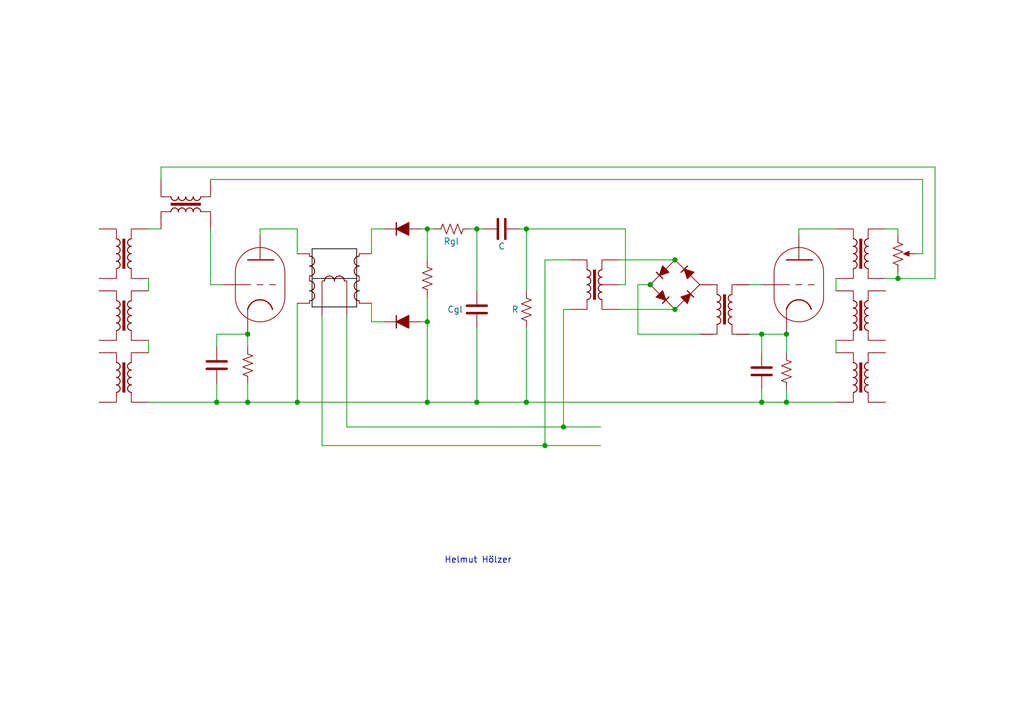
<source format=kicad_sch>
(kicad_sch (version 20250114) (generator "eeschema") (generator_version "9.0")
  (paper "A5")
  (title_block (title "Differentiator with feedback, modulators, and AC amplifier.") (date "2025-06-07") (company "Heeresversuchsanstalt Peenemünde"))
  (lib_symbols
    (symbol "Device:C" (pin_numbers (hide yes)) (pin_names (offset 0.254))
      (property "Reference" "C" (at 0.635 2.54 0))
      (property "Value" "C" (at 0.635 -2.54 0))
      (symbol "C_0_1"
        (polyline (pts (xy -2.032 0.762) (xy 2.032 0.762)) (stroke (width 0.508)))
        (polyline (pts (xy -2.032 -0.762) (xy 2.032 -0.762)) (stroke (width 0.508)))
      )
      (symbol "C_1_1"
        (pin passive line (at 0 3.81 270) (length 2.794) (name "~") (number "1"))
        (pin passive line (at 0 -3.81 90) (length 2.794) (name "~") (number "2"))
      )
    )
    (symbol "Device:D_45deg_Filled" (pin_numbers (hide yes)) (pin_names (offset 0) (hide yes))
      (property "Reference" "D" (at 1.27 2.54 0))
      (property "Value" "D_45deg_Filled" (at 1.27 0 0))
      (symbol "D_45deg_Filled_0_1"
        (polyline (pts (xy -0.635 0.635) (xy -2.54 2.54)))
        (polyline (pts (xy 0 -1.27) (xy 1.27 0)) (stroke (width 0.254)))
        (polyline (pts (xy 2.54 -2.54) (xy 0.635 -0.635)))
      )
      (symbol "D_45deg_Filled_1_1"
        (polyline (pts (xy -1.27 0) (xy 0 1.27) (xy 0.635 -0.635) (xy -1.27 0)) (stroke (width 0.254)) (fill (type outline)))
        (pin passive line (at -2.54 2.54 0) (length 0) (name "A") (number "2"))
        (pin passive line (at 2.54 -2.54 180) (length 0) (name "K") (number "1"))
      )
    )
    (symbol "Device:D_Filled" (pin_numbers (hide yes)) (pin_names (offset 1.016) (hide yes))
      (property "Reference" "D" (at 0 2.54 0))
      (property "Value" "D_Filled" (at 0 -2.54 0))
      (symbol "D_Filled_0_1"
        (polyline (pts (xy -1.27 1.27) (xy -1.27 -1.27)) (stroke (width 0.254)))
        (polyline (pts (xy 1.27 1.27) (xy 1.27 -1.27) (xy -1.27 0) (xy 1.27 1.27)) (stroke (width 0.254)) (fill (type outline)))
        (polyline (pts (xy 1.27 0) (xy -1.27 0)))
      )
      (symbol "D_Filled_1_1"
        (pin passive line (at -3.81 0 0) (length 2.54) (name "K") (number "1"))
        (pin passive line (at 3.81 0 180) (length 2.54) (name "A") (number "2"))
      )
    )
    (symbol "Device:R_Potentiometer_US" (pin_numbers (hide yes)) (pin_names (offset 1.016) (hide yes))
      (property "Reference" "RV" (at -4.445 0 90))
      (property "Value" "R_Potentiometer_US" (at -2.54 0 90))
      (symbol "R_Potentiometer_US_0_1"
        (polyline (pts (xy 0 2.54) (xy 0 2.286)))
        (polyline (pts (xy 0 2.286) (xy 1.016 1.905) (xy 0 1.524) (xy -1.016 1.143) (xy 0 0.762)))
        (polyline (pts (xy 0 0.762) (xy 1.016 0.381) (xy 0 0) (xy -1.016 -0.381) (xy 0 -0.762)))
        (polyline (pts (xy 0 -0.762) (xy 1.016 -1.143) (xy 0 -1.524) (xy -1.016 -1.905) (xy 0 -2.286)))
        (polyline (pts (xy 0 -2.286) (xy 0 -2.54)))
        (polyline (pts (xy 1.143 0) (xy 2.286 0.508) (xy 2.286 -0.508) (xy 1.143 0)) (fill (type outline)))
        (polyline (pts (xy 2.54 0) (xy 1.524 0)))
      )
      (symbol "R_Potentiometer_US_1_1"
        (pin passive line (at 0 3.81 270) (length 1.27) (name "1") (number "1"))
        (pin passive line (at 0 -3.81 90) (length 1.27) (name "3") (number "3"))
        (pin passive line (at 3.81 0 180) (length 1.27) (name "2") (number "2"))
      )
    )
    (symbol "Device:R_US" (pin_numbers (hide yes)) (pin_names (offset 0))
      (property "Reference" "R" (at 2.54 0 90))
      (property "Value" "R_US" (at -2.54 0 90))
      (symbol "R_US_0_1"
        (polyline (pts (xy 0 2.286) (xy 0 2.54)))
        (polyline (pts (xy 0 2.286) (xy 1.016 1.905) (xy 0 1.524) (xy -1.016 1.143) (xy 0 0.762)))
        (polyline (pts (xy 0 0.762) (xy 1.016 0.381) (xy 0 0) (xy -1.016 -0.381) (xy 0 -0.762)))
        (polyline (pts (xy 0 -0.762) (xy 1.016 -1.143) (xy 0 -1.524) (xy -1.016 -1.905) (xy 0 -2.286)))
        (polyline (pts (xy 0 -2.286) (xy 0 -2.54)))
      )
      (symbol "R_US_1_1"
        (pin passive line (at 0 3.81 270) (length 1.27) (name "~") (number "1"))
        (pin passive line (at 0 -3.81 90) (length 1.27) (name "~") (number "2"))
      )
    )
    (symbol "ECC81_1" (pin_numbers (hide yes)) (pin_names (offset 0) (hide yes))
      (property "Reference" "U" (at 3.302 7.874 0))
      (property "Value" "ECC81" (at 8.89 -7.62 0))
      (symbol "ECC81_1_0_1"
        (polyline (pts (xy -5.08 2.54) (xy -5.08 -2.54) (xy -5.08 -2.54)))
        (arc (start -5.08 2.54) (mid 0 7.5979) (end 5.08 2.54))
        (arc (start 5.08 -2.54) (mid 0 -7.5979) (end -5.08 -2.54))
        (polyline (pts (xy 5.08 2.54) (xy 5.08 -2.54)))
      )
      (symbol "ECC81_1_1_0"
        (polyline (pts (xy -2.54 -5.08) (xy -2.54 -7.62)))
        (polyline (pts (xy 0 5.08) (xy 0 7.62)))
      )
      (symbol "ECC81_1_1_1"
        (polyline (pts (xy -5.08 0) (xy -3.175 0)))
        (polyline (pts (xy -2.54 5.08) (xy 2.794 5.08) (xy 2.794 5.08)) (stroke (width 0.254)))
        (polyline (pts (xy -1.905 0) (xy -3.175 0)) (stroke (width 0.1524)))
        (polyline (pts (xy -0.635 0) (xy 0.635 0)) (stroke (width 0.1524)))
        (arc (start -2.54 -5.08) (mid 0 -3.0968) (end 2.54 -5.08) (stroke (width 0.254)))
        (polyline (pts (xy 1.905 0) (xy 3.175 0)) (stroke (width 0.1524)))
        (pin input line (at -7.62 0 0) (length 2.54) (name "G") (number "7"))
        (pin bidirectional line (at -2.54 -10.16 90) (length 2.54) (name "K") (number "8"))
        (pin output line (at 0 10.16 270) (length 2.54) (name "A") (number "6"))
      )
      (symbol "ECC81_1_2_0"
        (polyline (pts (xy -2.54 -5.08) (xy -2.54 -7.62)))
        (polyline (pts (xy 0 5.08) (xy 0 7.62)))
      )
      (symbol "ECC81_1_2_1"
        (polyline (pts (xy -5.08 0) (xy -3.175 0)))
        (polyline (pts (xy -2.54 5.08) (xy 2.794 5.08) (xy 2.794 5.08)) (stroke (width 0.254)))
        (polyline (pts (xy -1.905 0) (xy -3.175 0)) (stroke (width 0.1524)))
        (polyline (pts (xy -0.635 0) (xy 0.635 0)) (stroke (width 0.1524)))
        (arc (start -2.54 -5.08) (mid 0 -3.0968) (end 2.54 -5.08) (stroke (width 0.254)))
        (polyline (pts (xy 1.905 0) (xy 3.175 0)) (stroke (width 0.1524)))
        (pin input line (at -7.62 0 0) (length 2.54) (name "G") (number "2"))
        (pin bidirectional line (at -2.54 -10.16 90) (length 2.54) (name "K") (number "3"))
        (pin output line (at 0 10.16 270) (length 2.54) (name "A") (number "1"))
      )
      (symbol "ECC81_1_3_1"
        (arc (start -2.54 -6.35) (mid -1.27 -5.5651) (end 0 -6.35))
        (arc (start 0 -6.35) (mid 1.27 -5.5651) (end 2.54 -6.35))
        (pin power_in line (at -2.54 -11.43 90) (length 5.08) (name "F1") (number "4"))
        (pin power_in line (at 0 -11.43 90) (length 5.08) (name "F2") (number "9"))
        (pin power_in line (at 2.54 -11.43 90) (length 5.08) (name "F1") (number "5"))
      )
    )
    (symbol "Transformer:TRANSF1" (pin_numbers (hide yes)) (pin_names (offset 0))
      (property "Reference" "TR" (at 0 6.35 0))
      (property "Value" "TRANSF1" (at 0 -6.35 0))
      (symbol "TRANSF1_0_1"
        (polyline (pts (xy -2.54 5.08) (xy -1.524 5.08) (xy -1.524 3.048) (xy -1.524 3.048)) (stroke (width 0.1524)))
        (arc (start -1.524 3.048) (mid -0.7653 2.286) (end -1.524 1.524) (stroke (width 0.2032)))
        (arc (start -1.524 1.524) (mid -0.7653 0.762) (end -1.524 0) (stroke (width 0.2032)))
        (arc (start -1.524 0) (mid -0.7653 -0.762) (end -1.524 -1.524) (stroke (width 0.2032)))
        (arc (start -1.524 -1.524) (mid -0.7653 -2.286) (end -1.524 -3.048) (stroke (width 0.2032)))
        (polyline (pts (xy -1.524 -3.048) (xy -1.524 -5.08) (xy -2.54 -5.08) (xy -2.54 -5.08)) (stroke (width 0.1524)))
        (rectangle (start -0.254 3.048) (end 0.254 -3.048) (stroke (width 0.0254)) (fill (type outline)))
        (polyline (pts (xy 1.524 3.048) (xy 1.524 5.08) (xy 2.54 5.08) (xy 2.54 5.08)) (stroke (width 0.1524)))
        (arc (start 1.524 1.524) (mid 0.7653 2.286) (end 1.524 3.048) (stroke (width 0.2032)))
        (arc (start 1.524 0) (mid 0.7653 0.762) (end 1.524 1.524) (stroke (width 0.2032)))
        (arc (start 1.524 -1.524) (mid 0.7653 -0.762) (end 1.524 0) (stroke (width 0.2032)))
        (arc (start 1.524 -3.048) (mid 0.7653 -2.286) (end 1.524 -1.524) (stroke (width 0.2032)))
        (polyline (pts (xy 2.54 -5.08) (xy 1.524 -5.08) (xy 1.524 -3.048) (xy 1.524 -3.048)) (stroke (width 0.1524)))
      )
      (symbol "TRANSF1_1_1"
        (pin passive line (at -5.08 5.08 0) (length 2.54) (name "~") (number "1"))
        (pin passive line (at -5.08 -5.08 0) (length 2.54) (name "~") (number "2"))
        (pin passive line (at 5.08 5.08 180) (length 2.54) (name "~") (number "4"))
        (pin passive line (at 5.08 -5.08 180) (length 2.54) (name "~") (number "3"))
      )
    )
    (symbol "Transformer:TRANSF4" (pin_numbers (hide yes)) (pin_names (offset 0))
      (property "Reference" "TR" (at 0 6.35 0))
      (property "Value" "TRANSF4" (at 0 -6.35 0))
      (symbol "TRANSF4_0_1"
        (polyline (pts (xy -2.54 5.08) (xy -1.524 5.08) (xy -1.524 3.048) (xy -1.524 3.048)) (stroke (width 0.1524)))
        (arc (start -1.524 3.048) (mid -0.7653 2.286) (end -1.524 1.524) (stroke (width 0.2032)))
        (arc (start -1.524 1.524) (mid -0.7653 0.762) (end -1.524 0) (stroke (width 0.2032)))
        (arc (start -1.524 0) (mid -0.7653 -0.762) (end -1.524 -1.524) (stroke (width 0.2032)))
        (arc (start -1.524 -1.524) (mid -0.7653 -2.286) (end -1.524 -3.048) (stroke (width 0.2032)))
        (polyline (pts (xy -1.524 0) (xy -2.54 0) (xy -2.54 0)) (fill (type outline)))
        (polyline (pts (xy -1.524 -3.048) (xy -1.524 -5.08) (xy -2.54 -5.08) (xy -2.54 -5.08)) (stroke (width 0.1524)))
        (rectangle (start -0.254 3.048) (end 0.254 -3.048) (stroke (width 0.0254)) (fill (type outline)))
        (polyline (pts (xy 1.524 3.048) (xy 1.524 5.08) (xy 2.54 5.08) (xy 2.54 5.08)) (stroke (width 0.1524)))
        (arc (start 1.524 1.524) (mid 0.7653 2.286) (end 1.524 3.048) (stroke (width 0.2032)))
        (arc (start 1.524 0) (mid 0.7653 0.762) (end 1.524 1.524) (stroke (width 0.2032)))
        (arc (start 1.524 -1.524) (mid 0.7653 -0.762) (end 1.524 0) (stroke (width 0.2032)))
        (arc (start 1.524 -3.048) (mid 0.7653 -2.286) (end 1.524 -1.524) (stroke (width 0.2032)))
        (polyline (pts (xy 2.54 -5.08) (xy 1.524 -5.08) (xy 1.524 -3.048) (xy 1.524 -3.048)) (stroke (width 0.1524)))
      )
      (symbol "TRANSF4_1_1"
        (pin passive line (at -5.08 5.08 0) (length 2.54) (name "~") (number "1"))
        (pin passive line (at -5.08 0 0) (length 2.54) (name "~") (number "2"))
        (pin passive line (at -5.08 -5.08 0) (length 2.54) (name "~") (number "3"))
        (pin passive line (at 5.08 5.08 180) (length 2.54) (name "~") (number "5"))
        (pin passive line (at 5.08 -5.08 180) (length 2.54) (name "~") (number "4"))
      )
    )
    (symbol "Valve:ECC81" (pin_numbers (hide yes)) (pin_names (offset 0) (hide yes))
      (property "Reference" "U" (at 3.302 7.874 0))
      (property "Value" "ECC81" (at 8.89 -7.62 0))
      (symbol "ECC81_0_1"
        (polyline (pts (xy -5.08 2.54) (xy -5.08 -2.54) (xy -5.08 -2.54)))
        (arc (start -5.08 2.54) (mid 0 7.5979) (end 5.08 2.54))
        (arc (start 5.08 -2.54) (mid 0 -7.5979) (end -5.08 -2.54))
        (polyline (pts (xy 5.08 2.54) (xy 5.08 -2.54)))
      )
      (symbol "ECC81_1_0"
        (polyline (pts (xy -2.54 -5.08) (xy -2.54 -7.62)))
        (polyline (pts (xy 0 5.08) (xy 0 7.62)))
      )
      (symbol "ECC81_1_1"
        (polyline (pts (xy -5.08 0) (xy -3.175 0)))
        (polyline (pts (xy -2.54 5.08) (xy 2.794 5.08) (xy 2.794 5.08)) (stroke (width 0.254)))
        (polyline (pts (xy -1.905 0) (xy -3.175 0)) (stroke (width 0.1524)))
        (polyline (pts (xy -0.635 0) (xy 0.635 0)) (stroke (width 0.1524)))
        (arc (start -2.54 -5.08) (mid 0 -3.0968) (end 2.54 -5.08) (stroke (width 0.254)))
        (polyline (pts (xy 1.905 0) (xy 3.175 0)) (stroke (width 0.1524)))
        (pin input line (at -7.62 0 0) (length 2.54) (name "G") (number "7"))
        (pin bidirectional line (at -2.54 -10.16 90) (length 2.54) (name "K") (number "8"))
        (pin output line (at 0 10.16 270) (length 2.54) (name "A") (number "6"))
      )
      (symbol "ECC81_2_0"
        (polyline (pts (xy -2.54 -5.08) (xy -2.54 -7.62)))
        (polyline (pts (xy 0 5.08) (xy 0 7.62)))
      )
      (symbol "ECC81_2_1"
        (polyline (pts (xy -5.08 0) (xy -3.175 0)))
        (polyline (pts (xy -2.54 5.08) (xy 2.794 5.08) (xy 2.794 5.08)) (stroke (width 0.254)))
        (polyline (pts (xy -1.905 0) (xy -3.175 0)) (stroke (width 0.1524)))
        (polyline (pts (xy -0.635 0) (xy 0.635 0)) (stroke (width 0.1524)))
        (arc (start -2.54 -5.08) (mid 0 -3.0968) (end 2.54 -5.08) (stroke (width 0.254)))
        (polyline (pts (xy 1.905 0) (xy 3.175 0)) (stroke (width 0.1524)))
        (pin input line (at -7.62 0 0) (length 2.54) (name "G") (number "2"))
        (pin bidirectional line (at -2.54 -10.16 90) (length 2.54) (name "K") (number "3"))
        (pin output line (at 0 10.16 270) (length 2.54) (name "A") (number "1"))
      )
      (symbol "ECC81_3_1"
        (arc (start -2.54 -6.35) (mid -1.27 -5.5651) (end 0 -6.35))
        (arc (start 0 -6.35) (mid 1.27 -5.5651) (end 2.54 -6.35))
        (pin power_in line (at -2.54 -11.43 90) (length 5.08) (name "F1") (number "4"))
        (pin power_in line (at 0 -11.43 90) (length 5.08) (name "F2") (number "9"))
        (pin power_in line (at 2.54 -11.43 90) (length 5.08) (name "F1") (number "5"))
      )
    )
    (symbol "hoelzer_1" (pin_numbers (hide yes)) (pin_names (offset 0.254) (hide yes))
      (symbol "hoelzer_1_0_1"
        (polyline (pts (xy -5.08 5.08) (xy -5.08 4.572)))
        (arc (start -5.08 4.572) (mid -4.064 3.556) (end -5.08 2.54) (stroke (width 0.2032)))
        (arc (start -5.08 2.54) (mid -4.064 1.524) (end -5.08 0.508) (stroke (width 0.2032)))
        (polyline (pts (xy -5.08 -0.508) (xy -5.08 0.508)))
        (arc (start -5.08 -0.508) (mid -4.064 -1.524) (end -5.08 -2.54) (stroke (width 0.2032)))
        (arc (start -5.08 -2.54) (mid -4.064 -3.556) (end -5.08 -4.572) (stroke (width 0.2032)))
        (polyline (pts (xy -5.08 -5.08) (xy -5.08 -4.572) (xy -5.08 -4.826)))
        (polyline (pts (xy -2.54 -5.08) (xy -2.54 -0.508) (xy -2.032 -0.508)))
        (arc (start -2.032 -0.508) (mid -1.016 0.508) (end 0 -0.508) (stroke (width 0.2032)))
        (arc (start 0 -0.508) (mid 1.016 0.508) (end 2.032 -0.508) (stroke (width 0.2032)))
        (polyline (pts (xy 2.032 -0.508) (xy 2.54 -0.508) (xy 2.54 -5.08)))
        (polyline (pts (xy 5.08 5.08) (xy 5.08 4.572) (xy 5.08 4.826)))
        (arc (start 5.08 2.54) (mid 4.064 3.556) (end 5.08 4.572) (stroke (width 0.2032)))
        (arc (start 5.08 0.508) (mid 4.064 1.524) (end 5.08 2.54) (stroke (width 0.2032)))
        (polyline (pts (xy 5.08 0.508) (xy 5.08 -0.508)))
        (arc (start 5.08 -2.54) (mid 4.064 -1.524) (end 5.08 -0.508) (stroke (width 0.2032)))
        (arc (start 5.08 -4.572) (mid 4.064 -3.556) (end 5.08 -2.54) (stroke (width 0.2032)))
        (polyline (pts (xy 5.08 -5.08) (xy 5.08 -4.572)))
      )
      (symbol "hoelzer_1_1_1"
        (pin passive line (at -7.62 5.08 0) (length 2.54) (name "~") (number "3"))
        (pin passive line (at -7.62 -5.08 0) (length 2.54) (name "~") (number "1"))
        (pin passive line (at -2.54 -7.62 90) (length 2.54) (name "~") (number "6"))
        (pin passive line (at 2.54 -7.62 90) (length 2.54) (name "~") (number "6"))
        (pin passive line (at 7.62 5.08 180) (length 2.54) (name "~") (number "4"))
        (pin passive line (at 7.62 -5.08 180) (length 2.54) (name "~") (number "6"))
      )
    )
  )
  (text "Helmut Hölzer" (at 98.044 115.062 0) (effects (font (size 1.27 1.27))))
  (junction (at 50.8 82.55))
  (junction (at 87.63 46.99))
  (junction (at 87.63 66.04))
  (junction (at 97.79 82.55))
  (junction (at 87.63 82.55))
  (junction (at 133.35 58.42))
  (junction (at 161.29 68.58))
  (junction (at 50.8 68.58))
  (junction (at 138.43 53.34))
  (junction (at 97.79 46.99))
  (junction (at 161.29 82.55))
  (junction (at 111.76 91.44))
  (junction (at 156.21 82.55))
  (junction (at 44.45 82.55))
  (junction (at 60.96 82.55))
  (junction (at 115.57 87.63))
  (junction (at 107.95 46.99))
  (junction (at 138.43 63.5))
  (junction (at 156.21 68.58))
  (junction (at 184.15 57.15))
  (junction (at 107.95 82.55))
  (wire (pts (xy 76.2 62.23) (xy 76.2 66.04)))
  (wire (pts (xy 30.48 69.85) (xy 30.48 72.39)))
  (wire (pts (xy 171.45 57.15) (xy 171.45 59.69)))
  (wire (pts (xy 184.15 57.15) (xy 181.61 57.15)))
  (wire (pts (xy 130.81 68.58) (xy 143.51 68.58)))
  (wire (pts (xy 44.45 68.58) (xy 50.8 68.58)))
  (wire (pts (xy 30.48 82.55) (xy 44.45 82.55)))
  (polyline (pts (xy 64.008 51.054) (xy 73.152 51.054)) (stroke (width 0) (type solid) (color 0 0 2 1)))
  (wire (pts (xy 71.12 87.63) (xy 115.57 87.63)))
  (wire (pts (xy 87.63 66.04) (xy 87.63 82.55)))
  (wire (pts (xy 60.96 62.23) (xy 60.96 82.55)))
  (wire (pts (xy 43.18 46.99) (xy 43.18 58.42)))
  (wire (pts (xy 86.36 66.04) (xy 87.63 66.04)))
  (polyline (pts (xy 64.008 57.15) (xy 73.152 57.15)) (stroke (width 0) (type solid) (color 0 0 2 1)))
  (wire (pts (xy 111.76 91.44) (xy 123.19 91.44)))
  (wire (pts (xy 106.68 46.99) (xy 107.95 46.99)))
  (wire (pts (xy 107.95 82.55) (xy 156.21 82.55)))
  (wire (pts (xy 128.27 46.99) (xy 128.27 58.42)))
  (wire (pts (xy 115.57 63.5) (xy 116.84 63.5)))
  (wire (pts (xy 76.2 66.04) (xy 78.74 66.04)))
  (wire (pts (xy 66.04 64.77) (xy 66.04 91.44)))
  (wire (pts (xy 107.95 46.99) (xy 128.27 46.99)))
  (wire (pts (xy 53.34 48.26) (xy 53.34 46.99)))
  (wire (pts (xy 50.8 78.74) (xy 50.8 82.55)))
  (polyline (pts (xy 73.152 62.992) (xy 73.152 51.054)) (stroke (width 0) (type solid) (color 0 0 2 1)))
  (wire (pts (xy 163.83 48.26) (xy 163.83 46.99)))
  (wire (pts (xy 111.76 53.34) (xy 116.84 53.34)))
  (polyline (pts (xy 64.008 62.992) (xy 73.152 62.992)) (stroke (width 0) (type solid) (color 0 0 2 1)))
  (wire (pts (xy 156.21 82.55) (xy 161.29 82.55)))
  (wire (pts (xy 130.81 58.42) (xy 133.35 58.42)))
  (wire (pts (xy 87.63 60.96) (xy 87.63 66.04)))
  (wire (pts (xy 44.45 82.55) (xy 50.8 82.55)))
  (wire (pts (xy 86.36 46.99) (xy 87.63 46.99)))
  (wire (pts (xy 191.77 57.15) (xy 184.15 57.15)))
  (wire (pts (xy 33.02 34.29) (xy 191.77 34.29)))
  (wire (pts (xy 60.96 46.99) (xy 60.96 52.07)))
  (wire (pts (xy 115.57 63.5) (xy 115.57 87.63)))
  (polyline (pts (xy 64.008 51.054) (xy 64.008 62.992)) (stroke (width 0) (type solid) (color 0 0 2 1)))
  (wire (pts (xy 156.21 68.58) (xy 161.29 68.58)))
  (wire (pts (xy 156.21 68.58) (xy 156.21 72.39)))
  (wire (pts (xy 111.76 53.34) (xy 111.76 91.44)))
  (wire (pts (xy 43.18 36.83) (xy 189.23 36.83)))
  (wire (pts (xy 130.81 58.42) (xy 130.81 68.58)))
  (wire (pts (xy 97.79 46.99) (xy 99.06 46.99)))
  (wire (pts (xy 153.67 68.58) (xy 156.21 68.58)))
  (wire (pts (xy 191.77 34.29) (xy 191.77 57.15)))
  (wire (pts (xy 30.48 46.99) (xy 33.02 46.99)))
  (wire (pts (xy 161.29 82.55) (xy 171.45 82.55)))
  (wire (pts (xy 44.45 78.74) (xy 44.45 82.55)))
  (wire (pts (xy 97.79 82.55) (xy 107.95 82.55)))
  (wire (pts (xy 161.29 68.58) (xy 161.29 72.39)))
  (wire (pts (xy 76.2 46.99) (xy 78.74 46.99)))
  (wire (pts (xy 184.15 48.26) (xy 184.15 46.99)))
  (wire (pts (xy 50.8 82.55) (xy 60.96 82.55)))
  (wire (pts (xy 127 58.42) (xy 128.27 58.42)))
  (wire (pts (xy 30.48 57.15) (xy 30.48 59.69)))
  (wire (pts (xy 97.79 67.31) (xy 97.79 82.55)))
  (wire (pts (xy 127 53.34) (xy 138.43 53.34)))
  (wire (pts (xy 60.96 82.55) (xy 87.63 82.55)))
  (wire (pts (xy 189.23 36.83) (xy 189.23 52.07)))
  (wire (pts (xy 71.12 64.77) (xy 71.12 87.63)))
  (wire (pts (xy 43.18 58.42) (xy 45.72 58.42)))
  (wire (pts (xy 87.63 46.99) (xy 87.63 53.34)))
  (wire (pts (xy 127 63.5) (xy 138.43 63.5)))
  (wire (pts (xy 107.95 46.99) (xy 107.95 59.69)))
  (wire (pts (xy 107.95 67.31) (xy 107.95 82.55)))
  (wire (pts (xy 44.45 71.12) (xy 44.45 68.58)))
  (wire (pts (xy 184.15 46.99) (xy 181.61 46.99)))
  (wire (pts (xy 187.96 52.07) (xy 189.23 52.07)))
  (wire (pts (xy 184.15 55.88) (xy 184.15 57.15)))
  (wire (pts (xy 161.29 80.01) (xy 161.29 82.55)))
  (wire (pts (xy 66.04 91.44) (xy 111.76 91.44)))
  (wire (pts (xy 87.63 82.55) (xy 97.79 82.55)))
  (wire (pts (xy 115.57 87.63) (xy 123.19 87.63)))
  (wire (pts (xy 96.52 46.99) (xy 97.79 46.99)))
  (wire (pts (xy 53.34 46.99) (xy 60.96 46.99)))
  (wire (pts (xy 76.2 46.99) (xy 76.2 52.07)))
  (wire (pts (xy 97.79 46.99) (xy 97.79 59.69)))
  (wire (pts (xy 156.21 80.01) (xy 156.21 82.55)))
  (wire (pts (xy 153.67 58.42) (xy 156.21 58.42)))
  (wire (pts (xy 171.45 69.85) (xy 171.45 72.39)))
  (wire (pts (xy 163.83 46.99) (xy 171.45 46.99)))
  (wire (pts (xy 33.02 34.29) (xy 33.02 36.83)))
  (wire (pts (xy 87.63 46.99) (xy 88.9 46.99)))
  (wire (pts (xy 50.8 68.58) (xy 50.8 71.12)))
  (symbol (lib_id "Device:R_US") (at 87.63 57.15 0) (unit 1)
    (property "Reference" "R2" (effects (hide yes)))
    (property "Value" "R_US" (effects (hide yes)))
    (property "Description" "Resistor, US symbol" (effects (hide yes)))
  )
  (symbol (lib_id "Device:C") (at 102.87 46.99 90) (unit 1)
    (property "Reference" "C3" (effects (hide yes)))
    (property "Value" "C" (at 103.632 50.546 90) (effects (justify left)))
    (property "Description" "Unpolarized capacitor" (effects (hide yes)))
  )
  (symbol (lib_id "Device:D_Filled") (at 82.55 46.99 0) (unit 1)
    (property "Reference" "D1" (effects (hide yes)))
    (property "Value" "D_Filled" (effects (hide yes)))
    (property "Description" "Diode, filled shape" (effects (hide yes)))
    (property "Sim.Device" "D" (effects (hide yes)))
    (property "Sim.Pins" "1=K 2=A" (effects (hide yes)))
  )
  (symbol (lib_id "Device:D_45deg_Filled") (at 135.89 60.96 0) (unit 1)
    (property "Reference" "D5" (effects (hide yes)))
    (property "Value" "D_45deg_Filled" (effects (hide yes)))
    (property "Description" "Diode, filled, rotated by 45°" (effects (hide yes)))
    (property "Sim.Device" "D" (effects (hide yes)))
    (property "Sim.Pins" "1=K 2=A" (effects (hide yes)))
  )
  (symbol (lib_id "Device:R_US") (at 161.29 76.2 0) (unit 1)
    (property "Reference" "R6" (effects (hide yes)))
    (property "Value" "R_US" (effects (hide yes)))
    (property "Description" "Resistor, US symbol" (effects (hide yes)))
  )
  (symbol (lib_id "Transformer:TRANSF1") (at 176.53 77.47 0) (unit 1)
    (property "Reference" "TR4" (effects (hide yes)))
    (property "Value" "TRANSF1" (effects (hide yes)))
  )
  (symbol (lib_id "Device:R_US") (at 92.71 46.99 90) (unit 1)
    (property "Reference" "R3" (effects (hide yes)))
    (property "Value" "Rgl" (at 94.234 49.53 90) (effects (justify left)))
    (property "Description" "Resistor, US symbol" (effects (hide yes)))
  )
  (symbol (lib_id "Transformer:TRANSF4") (at 121.92 58.42 180) (unit 1)
    (property "Reference" "TR1" (effects (hide yes)))
    (property "Value" "TRANSF4" (effects (hide yes)))
  )
  (symbol (lib_id "Device:C") (at 97.79 63.5 0) (unit 1)
    (property "Reference" "C2" (effects (hide yes)))
    (property "Value" "Cgl" (at 91.694 63.5 0) (effects (justify left)))
    (property "Description" "Unpolarized capacitor" (effects (hide yes)))
  )
  (symbol (lib_id "Transformer:TRANSF1") (at 25.4 52.07 0) (unit 1)
    (property "Reference" "TR2" (effects (hide yes)))
    (property "Value" "TRANSF1" (effects (hide yes)))
  )
  (symbol (lib_id "Transformer:TRANSF1") (at 176.53 52.07 180) (unit 1)
    (property "Reference" "TR6" (effects (hide yes)))
    (property "Value" "TRANSF1" (effects (hide yes)))
  )
  (symbol (lib_name "ECC81_1") (lib_id "Valve:ECC81") (at 53.34 58.42 0) (unit 1)
    (property "Reference" "U1" (effects (hide yes)))
    (property "Value" "ECC81" (effects (hide yes)))
    (property "Footprint" "Valve:Valve_Noval_P" (effects (hide yes)))
    (property "Datasheet" "http://www.r-type.org/pdfs/ecc81.pdf" (effects (hide yes)))
    (property "Description" "double triode" (effects (hide yes)))
  )
  (symbol (lib_id "Device:D_45deg_Filled") (at 140.97 55.88 180) (unit 1)
    (property "Reference" "D6" (effects (hide yes)))
    (property "Value" "D_45deg_Filled" (effects (hide yes)))
    (property "Description" "Diode, filled, rotated by 45°" (effects (hide yes)))
    (property "Sim.Device" "D" (effects (hide yes)))
    (property "Sim.Pins" "1=K 2=A" (effects (hide yes)))
  )
  (symbol (lib_name "hoelzer_1") (lib_id "mtlabs:hoelzer") (at 68.58 57.15 0) (unit 1)
    (property "Reference" "L2" (effects (hide yes)))
  )
  (symbol (lib_id "Transformer:TRANSF1") (at 38.1 41.91 270) (unit 1)
    (property "Reference" "TR7" (effects (hide yes)))
    (property "Value" "TRANSF1" (effects (hide yes)))
  )
  (symbol (lib_id "Transformer:TRANSF1") (at 148.59 63.5 0) (unit 1)
    (property "Reference" "TR8" (effects (hide yes)))
    (property "Value" "TRANSF1" (effects (hide yes)))
  )
  (symbol (lib_id "Device:R_US") (at 107.95 63.5 0) (unit 1)
    (property "Reference" "R4" (effects (hide yes)))
    (property "Value" "R" (at 104.902 63.5 0) (effects (justify left)))
    (property "Description" "Resistor, US symbol" (effects (hide yes)))
  )
  (symbol (lib_id "Transformer:TRANSF1") (at 25.4 77.47 0) (unit 1)
    (property "Reference" "TR9" (effects (hide yes)))
    (property "Value" "TRANSF1" (effects (hide yes)))
  )
  (symbol (lib_id "Device:D_Filled") (at 82.55 66.04 0) (unit 1)
    (property "Reference" "D2" (effects (hide yes)))
    (property "Value" "D_Filled" (effects (hide yes)))
    (property "Description" "Diode, filled shape" (effects (hide yes)))
    (property "Sim.Device" "D" (effects (hide yes)))
    (property "Sim.Pins" "1=K 2=A" (effects (hide yes)))
  )
  (symbol (lib_id "Device:R_Potentiometer_US") (at 184.15 52.07 0) (unit 1)
    (property "Reference" "RV1" (effects (hide yes)))
    (property "Value" "R_Potentiometer_US" (effects (hide yes)))
    (property "Description" "Potentiometer, US symbol" (effects (hide yes)))
  )
  (symbol (lib_id "Device:R_US") (at 50.8 74.93 0) (unit 1)
    (property "Reference" "R1" (effects (hide yes)))
    (property "Value" "R_US" (effects (hide yes)))
    (property "Description" "Resistor, US symbol" (effects (hide yes)))
  )
  (symbol (lib_id "Device:D_45deg_Filled") (at 140.97 60.96 90) (unit 1)
    (property "Reference" "D3" (effects (hide yes)))
    (property "Value" "D_45deg_Filled" (effects (hide yes)))
    (property "Description" "Diode, filled, rotated by 45°" (effects (hide yes)))
    (property "Sim.Device" "D" (effects (hide yes)))
    (property "Sim.Pins" "1=K 2=A" (effects (hide yes)))
  )
  (symbol (lib_id "Device:C") (at 44.45 74.93 0) (unit 1)
    (property "Reference" "C1" (effects (hide yes)))
    (property "Value" "C" (effects (hide yes)))
    (property "Description" "Unpolarized capacitor" (effects (hide yes)))
  )
  (symbol (lib_id "Valve:ECC81") (at 163.83 58.42 0) (unit 1)
    (property "Reference" "U2" (effects (hide yes)))
    (property "Value" "ECC81" (effects (hide yes)))
    (property "Footprint" "Valve:Valve_Noval_P" (effects (hide yes)))
    (property "Datasheet" "http://www.r-type.org/pdfs/ecc81.pdf" (effects (hide yes)))
    (property "Description" "double triode" (effects (hide yes)))
  )
  (symbol (lib_id "Device:C") (at 156.21 76.2 0) (unit 1)
    (property "Reference" "C5" (effects (hide yes)))
    (property "Value" "C" (effects (hide yes)))
    (property "Description" "Unpolarized capacitor" (effects (hide yes)))
  )
  (symbol (lib_id "Transformer:TRANSF1") (at 25.4 64.77 0) (unit 1)
    (property "Reference" "TR3" (effects (hide yes)))
    (property "Value" "TRANSF1" (effects (hide yes)))
  )
  (symbol (lib_id "Transformer:TRANSF1") (at 176.53 64.77 0) (unit 1)
    (property "Reference" "TR5" (effects (hide yes)))
    (property "Value" "TRANSF1" (effects (hide yes)))
  )
  (symbol (lib_id "Device:D_45deg_Filled") (at 135.89 55.88 270) (unit 1)
    (property "Reference" "D4" (effects (hide yes)))
    (property "Value" "D_45deg_Filled" (effects (hide yes)))
    (property "Description" "Diode, filled, rotated by 45°" (effects (hide yes)))
    (property "Sim.Device" "D" (effects (hide yes)))
    (property "Sim.Pins" "1=K 2=A" (effects (hide yes)))
  )
)
</source>
